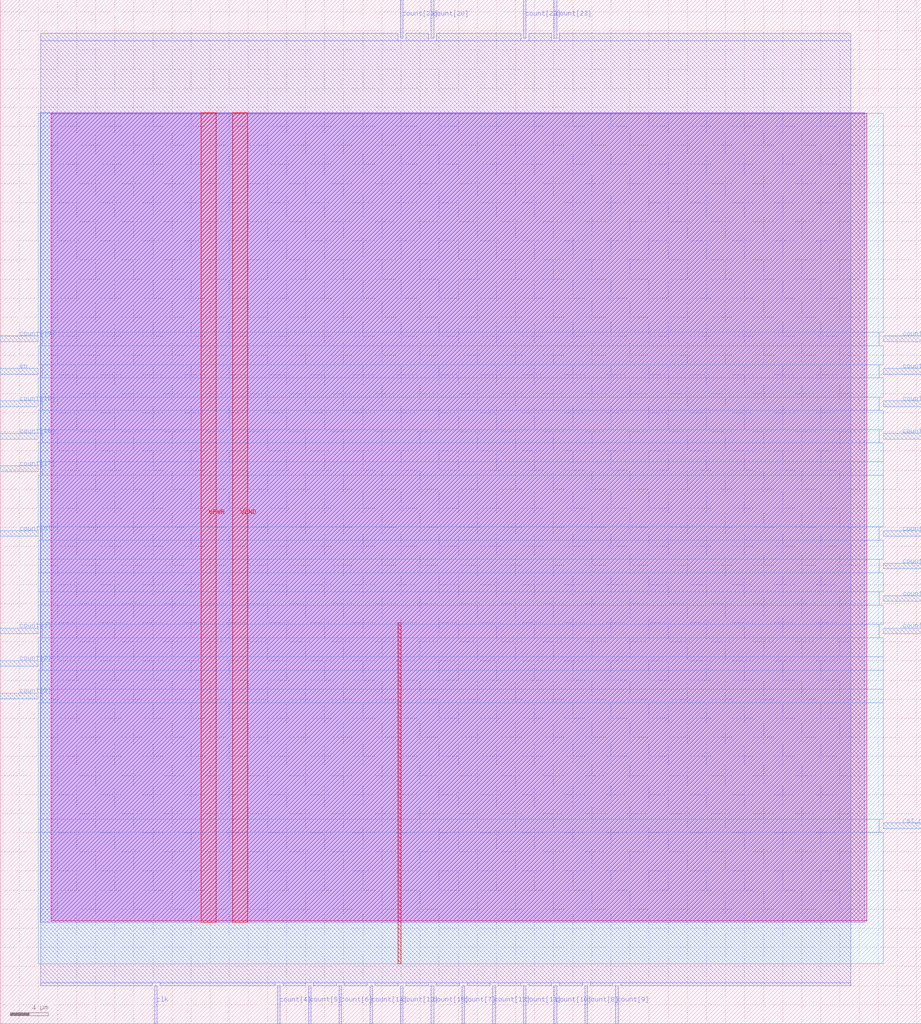
<source format=lef>
VERSION 5.7 ;
  NOWIREEXTENSIONATPIN ON ;
  DIVIDERCHAR "/" ;
  BUSBITCHARS "[]" ;
MACRO counter32
  CLASS BLOCK ;
  FOREIGN counter32 ;
  ORIGIN 0.000 0.000 ;
  SIZE 96.520 BY 107.240 ;
  PIN VGND
    DIRECTION INOUT ;
    USE GROUND ;
    PORT
      LAYER met4 ;
        RECT 24.340 10.640 25.940 95.440 ;
    END
  END VGND
  PIN VPWR
    DIRECTION INOUT ;
    USE POWER ;
    PORT
      LAYER met4 ;
        RECT 21.040 10.640 22.640 95.440 ;
    END
  END VPWR
  PIN clk
    DIRECTION INPUT ;
    USE SIGNAL ;
    ANTENNAGATEAREA 0.852000 ;
    PORT
      LAYER met2 ;
        RECT 16.190 0.000 16.470 4.000 ;
    END
  END clk
  PIN count[0]
    DIRECTION OUTPUT ;
    USE SIGNAL ;
    ANTENNADIFFAREA 0.445500 ;
    PORT
      LAYER met3 ;
        RECT 0.000 51.040 4.000 51.640 ;
    END
  END count[0]
  PIN count[10]
    DIRECTION OUTPUT ;
    USE SIGNAL ;
    ANTENNADIFFAREA 0.445500 ;
    PORT
      LAYER met2 ;
        RECT 58.050 0.000 58.330 4.000 ;
    END
  END count[10]
  PIN count[11]
    DIRECTION OUTPUT ;
    USE SIGNAL ;
    ANTENNADIFFAREA 0.445500 ;
    PORT
      LAYER met2 ;
        RECT 54.830 0.000 55.110 4.000 ;
    END
  END count[11]
  PIN count[12]
    DIRECTION OUTPUT ;
    USE SIGNAL ;
    ANTENNADIFFAREA 0.445500 ;
    PORT
      LAYER met2 ;
        RECT 41.950 0.000 42.230 4.000 ;
    END
  END count[12]
  PIN count[13]
    DIRECTION OUTPUT ;
    USE SIGNAL ;
    ANTENNADIFFAREA 0.445500 ;
    PORT
      LAYER met2 ;
        RECT 51.610 0.000 51.890 4.000 ;
    END
  END count[13]
  PIN count[14]
    DIRECTION OUTPUT ;
    USE SIGNAL ;
    ANTENNADIFFAREA 0.445500 ;
    PORT
      LAYER met2 ;
        RECT 38.730 0.000 39.010 4.000 ;
    END
  END count[14]
  PIN count[15]
    DIRECTION OUTPUT ;
    USE SIGNAL ;
    ANTENNADIFFAREA 0.445500 ;
    PORT
      LAYER met2 ;
        RECT 45.170 0.000 45.450 4.000 ;
    END
  END count[15]
  PIN count[16]
    DIRECTION OUTPUT ;
    USE SIGNAL ;
    ANTENNADIFFAREA 0.445500 ;
    PORT
      LAYER met3 ;
        RECT 0.000 61.240 4.000 61.840 ;
    END
  END count[16]
  PIN count[17]
    DIRECTION OUTPUT ;
    USE SIGNAL ;
    ANTENNADIFFAREA 0.445500 ;
    PORT
      LAYER met3 ;
        RECT 0.000 57.840 4.000 58.440 ;
    END
  END count[17]
  PIN count[18]
    DIRECTION OUTPUT ;
    USE SIGNAL ;
    ANTENNADIFFAREA 0.445500 ;
    PORT
      LAYER met3 ;
        RECT 0.000 64.640 4.000 65.240 ;
    END
  END count[18]
  PIN count[19]
    DIRECTION OUTPUT ;
    USE SIGNAL ;
    ANTENNADIFFAREA 0.445500 ;
    PORT
      LAYER met3 ;
        RECT 0.000 71.440 4.000 72.040 ;
    END
  END count[19]
  PIN count[1]
    DIRECTION OUTPUT ;
    USE SIGNAL ;
    ANTENNADIFFAREA 0.445500 ;
    PORT
      LAYER met3 ;
        RECT 0.000 40.840 4.000 41.440 ;
    END
  END count[1]
  PIN count[20]
    DIRECTION OUTPUT ;
    USE SIGNAL ;
    ANTENNADIFFAREA 0.445500 ;
    PORT
      LAYER met2 ;
        RECT 45.170 103.240 45.450 107.240 ;
    END
  END count[20]
  PIN count[21]
    DIRECTION OUTPUT ;
    USE SIGNAL ;
    ANTENNADIFFAREA 0.445500 ;
    PORT
      LAYER met2 ;
        RECT 41.950 103.240 42.230 107.240 ;
    END
  END count[21]
  PIN count[22]
    DIRECTION OUTPUT ;
    USE SIGNAL ;
    ANTENNADIFFAREA 0.445500 ;
    PORT
      LAYER met2 ;
        RECT 54.830 103.240 55.110 107.240 ;
    END
  END count[22]
  PIN count[23]
    DIRECTION OUTPUT ;
    USE SIGNAL ;
    ANTENNADIFFAREA 0.445500 ;
    PORT
      LAYER met2 ;
        RECT 58.050 103.240 58.330 107.240 ;
    END
  END count[23]
  PIN count[24]
    DIRECTION OUTPUT ;
    USE SIGNAL ;
    ANTENNADIFFAREA 0.445500 ;
    PORT
      LAYER met3 ;
        RECT 92.520 44.240 96.520 44.840 ;
    END
  END count[24]
  PIN count[25]
    DIRECTION OUTPUT ;
    USE SIGNAL ;
    ANTENNADIFFAREA 0.445500 ;
    PORT
      LAYER met3 ;
        RECT 92.520 40.840 96.520 41.440 ;
    END
  END count[25]
  PIN count[26]
    DIRECTION OUTPUT ;
    USE SIGNAL ;
    ANTENNADIFFAREA 0.445500 ;
    PORT
      LAYER met3 ;
        RECT 92.520 47.640 96.520 48.240 ;
    END
  END count[26]
  PIN count[27]
    DIRECTION OUTPUT ;
    USE SIGNAL ;
    ANTENNADIFFAREA 0.445500 ;
    PORT
      LAYER met3 ;
        RECT 92.520 51.040 96.520 51.640 ;
    END
  END count[27]
  PIN count[28]
    DIRECTION OUTPUT ;
    USE SIGNAL ;
    ANTENNADIFFAREA 0.445500 ;
    PORT
      LAYER met3 ;
        RECT 92.520 68.040 96.520 68.640 ;
    END
  END count[28]
  PIN count[29]
    DIRECTION OUTPUT ;
    USE SIGNAL ;
    ANTENNADIFFAREA 0.445500 ;
    PORT
      LAYER met3 ;
        RECT 92.520 71.440 96.520 72.040 ;
    END
  END count[29]
  PIN count[2]
    DIRECTION OUTPUT ;
    USE SIGNAL ;
    ANTENNADIFFAREA 0.445500 ;
    PORT
      LAYER met3 ;
        RECT 0.000 37.440 4.000 38.040 ;
    END
  END count[2]
  PIN count[30]
    DIRECTION OUTPUT ;
    USE SIGNAL ;
    ANTENNADIFFAREA 0.445500 ;
    PORT
      LAYER met3 ;
        RECT 92.520 64.640 96.520 65.240 ;
    END
  END count[30]
  PIN count[31]
    DIRECTION OUTPUT ;
    USE SIGNAL ;
    ANTENNADIFFAREA 0.445500 ;
    PORT
      LAYER met3 ;
        RECT 92.520 61.240 96.520 61.840 ;
    END
  END count[31]
  PIN count[3]
    DIRECTION OUTPUT ;
    USE SIGNAL ;
    ANTENNADIFFAREA 0.445500 ;
    PORT
      LAYER met3 ;
        RECT 0.000 34.040 4.000 34.640 ;
    END
  END count[3]
  PIN count[4]
    DIRECTION OUTPUT ;
    USE SIGNAL ;
    ANTENNADIFFAREA 0.445500 ;
    PORT
      LAYER met2 ;
        RECT 29.070 0.000 29.350 4.000 ;
    END
  END count[4]
  PIN count[5]
    DIRECTION OUTPUT ;
    USE SIGNAL ;
    ANTENNADIFFAREA 0.445500 ;
    PORT
      LAYER met2 ;
        RECT 32.290 0.000 32.570 4.000 ;
    END
  END count[5]
  PIN count[6]
    DIRECTION OUTPUT ;
    USE SIGNAL ;
    ANTENNADIFFAREA 0.445500 ;
    PORT
      LAYER met2 ;
        RECT 35.510 0.000 35.790 4.000 ;
    END
  END count[6]
  PIN count[7]
    DIRECTION OUTPUT ;
    USE SIGNAL ;
    ANTENNADIFFAREA 0.445500 ;
    PORT
      LAYER met2 ;
        RECT 48.390 0.000 48.670 4.000 ;
    END
  END count[7]
  PIN count[8]
    DIRECTION OUTPUT ;
    USE SIGNAL ;
    ANTENNADIFFAREA 0.445500 ;
    PORT
      LAYER met2 ;
        RECT 61.270 0.000 61.550 4.000 ;
    END
  END count[8]
  PIN count[9]
    DIRECTION OUTPUT ;
    USE SIGNAL ;
    ANTENNADIFFAREA 0.445500 ;
    PORT
      LAYER met2 ;
        RECT 64.490 0.000 64.770 4.000 ;
    END
  END count[9]
  PIN en
    DIRECTION INPUT ;
    USE SIGNAL ;
    ANTENNAGATEAREA 0.196500 ;
    PORT
      LAYER met3 ;
        RECT 0.000 68.040 4.000 68.640 ;
    END
  END en
  PIN rst_n
    DIRECTION INPUT ;
    USE SIGNAL ;
    ANTENNAGATEAREA 0.196500 ;
    PORT
      LAYER met3 ;
        RECT 92.520 20.440 96.520 21.040 ;
    END
  END rst_n
  OBS
      LAYER nwell ;
        RECT 5.330 10.795 90.810 95.390 ;
      LAYER li1 ;
        RECT 5.520 10.795 90.620 95.285 ;
      LAYER met1 ;
        RECT 4.210 10.640 90.620 95.440 ;
      LAYER met2 ;
        RECT 4.230 102.960 41.670 103.770 ;
        RECT 42.510 102.960 44.890 103.770 ;
        RECT 45.730 102.960 54.550 103.770 ;
        RECT 55.390 102.960 57.770 103.770 ;
        RECT 58.610 102.960 89.150 103.770 ;
        RECT 4.230 4.280 89.150 102.960 ;
        RECT 4.230 4.000 15.910 4.280 ;
        RECT 16.750 4.000 28.790 4.280 ;
        RECT 29.630 4.000 32.010 4.280 ;
        RECT 32.850 4.000 35.230 4.280 ;
        RECT 36.070 4.000 38.450 4.280 ;
        RECT 39.290 4.000 41.670 4.280 ;
        RECT 42.510 4.000 44.890 4.280 ;
        RECT 45.730 4.000 48.110 4.280 ;
        RECT 48.950 4.000 51.330 4.280 ;
        RECT 52.170 4.000 54.550 4.280 ;
        RECT 55.390 4.000 57.770 4.280 ;
        RECT 58.610 4.000 60.990 4.280 ;
        RECT 61.830 4.000 64.210 4.280 ;
        RECT 65.050 4.000 89.150 4.280 ;
      LAYER met3 ;
        RECT 3.990 72.440 92.520 95.365 ;
        RECT 4.400 71.040 92.120 72.440 ;
        RECT 3.990 69.040 92.520 71.040 ;
        RECT 4.400 67.640 92.120 69.040 ;
        RECT 3.990 65.640 92.520 67.640 ;
        RECT 4.400 64.240 92.120 65.640 ;
        RECT 3.990 62.240 92.520 64.240 ;
        RECT 4.400 60.840 92.120 62.240 ;
        RECT 3.990 58.840 92.520 60.840 ;
        RECT 4.400 57.440 92.520 58.840 ;
        RECT 3.990 52.040 92.520 57.440 ;
        RECT 4.400 50.640 92.120 52.040 ;
        RECT 3.990 48.640 92.520 50.640 ;
        RECT 3.990 47.240 92.120 48.640 ;
        RECT 3.990 45.240 92.520 47.240 ;
        RECT 3.990 43.840 92.120 45.240 ;
        RECT 3.990 41.840 92.520 43.840 ;
        RECT 4.400 40.440 92.120 41.840 ;
        RECT 3.990 38.440 92.520 40.440 ;
        RECT 4.400 37.040 92.520 38.440 ;
        RECT 3.990 35.040 92.520 37.040 ;
        RECT 4.400 33.640 92.520 35.040 ;
        RECT 3.990 21.440 92.520 33.640 ;
        RECT 3.990 20.040 92.120 21.440 ;
        RECT 3.990 6.295 92.520 20.040 ;
      LAYER met4 ;
        RECT 41.695 6.295 42.025 41.985 ;
  END
END counter32
END LIBRARY


</source>
